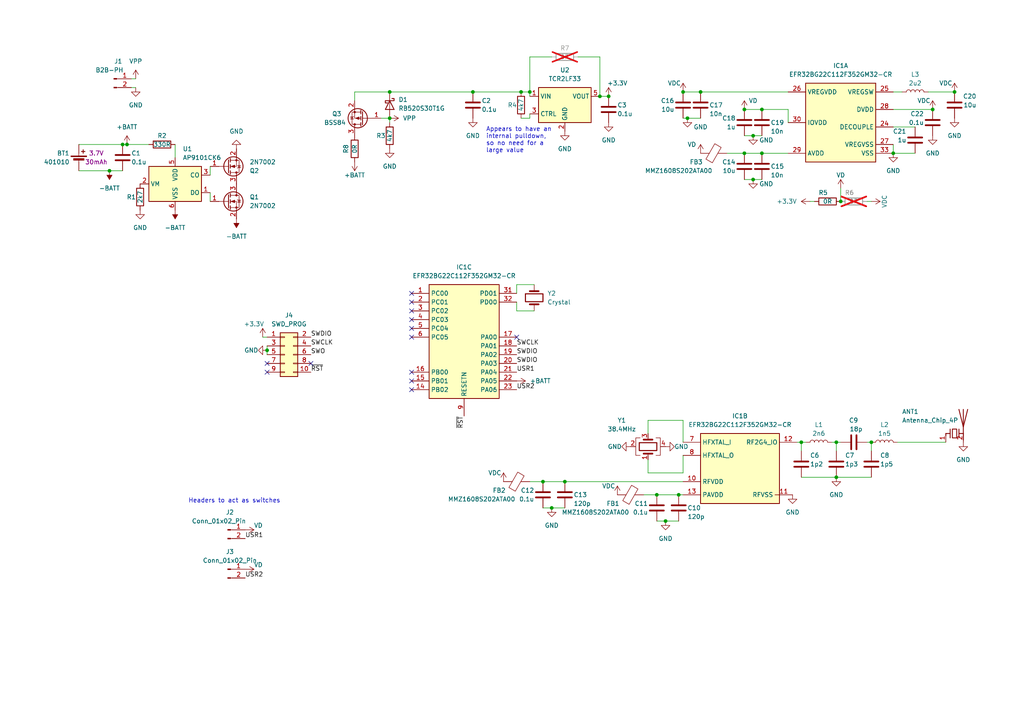
<source format=kicad_sch>
(kicad_sch (version 20230121) (generator eeschema)
  (paper "A4")
  (lib_symbols
    (symbol "Battery_Management:AP9101CK6"
      (property "Reference" "U" (at -7.62 6.35 0))
      (property "Value" "AP9101CK6" (at 7.62 6.35 0))
      (symbol "AP9101CK6_0_1"
        (rectangle (start -7.62 5.08) (end 7.62 -5.08) (stroke (width 0.254)) (fill (type background)))
      )
      (symbol "AP9101CK6_1_1"
        (pin output line (at 10.16 -2.54 180) (length 2.54) (name "DO") (number "1"))
        (pin passive line (at -10.16 0 0) (length 2.54) (name "VM") (number "2"))
        (pin output line (at 10.16 2.54 180) (length 2.54) (name "CO") (number "3"))
        (pin no_connect line (at -7.62 -2.54 0) (length 2.54) hide (name "NC") (number "4"))
        (pin power_in line (at 0 7.62 270) (length 2.54) (name "VDD") (number "5"))
        (pin power_in line (at 0 -7.62 90) (length 2.54) (name "VSS") (number "6"))
      )
    )
    (symbol "Connector:Conn_01x02_Pin" (pin_names (offset 1.016) hide)
      (property "Reference" "J" (at 0 2.54 0))
      (property "Value" "Conn_01x02_Pin" (at 0 -5.08 0))
      (symbol "Conn_01x02_Pin_1_1"
        (polyline (pts (xy 1.27 -2.54) (xy 0.8636 -2.54)) (stroke (width 0.1524)))
        (polyline (pts (xy 1.27 0) (xy 0.8636 0)) (stroke (width 0.1524)))
        (rectangle (start 0.8636 -2.413) (end 0 -2.667) (stroke (width 0.1524)) (fill (type outline)))
        (rectangle (start 0.8636 0.127) (end 0 -0.127) (stroke (width 0.1524)) (fill (type outline)))
        (pin passive line (at 5.08 0 180) (length 3.81) (name "Pin_1") (number "1"))
        (pin passive line (at 5.08 -2.54 180) (length 3.81) (name "Pin_2") (number "2"))
      )
    )
    (symbol "Connector_Generic:Conn_02x05_Odd_Even" (pin_names (offset 1.016) hide)
      (property "Reference" "J" (at 1.27 7.62 0))
      (property "Value" "Conn_02x05_Odd_Even" (at 1.27 -7.62 0))
      (symbol "Conn_02x05_Odd_Even_1_1"
        (rectangle (start -1.27 -4.953) (end 0 -5.207) (stroke (width 0.1524)))
        (rectangle (start -1.27 -2.413) (end 0 -2.667) (stroke (width 0.1524)))
        (rectangle (start -1.27 0.127) (end 0 -0.127) (stroke (width 0.1524)))
        (rectangle (start -1.27 2.667) (end 0 2.413) (stroke (width 0.1524)))
        (rectangle (start -1.27 5.207) (end 0 4.953) (stroke (width 0.1524)))
        (rectangle (start -1.27 6.35) (end 3.81 -6.35) (stroke (width 0.254)) (fill (type background)))
        (rectangle (start 3.81 -4.953) (end 2.54 -5.207) (stroke (width 0.1524)))
        (rectangle (start 3.81 -2.413) (end 2.54 -2.667) (stroke (width 0.1524)))
        (rectangle (start 3.81 0.127) (end 2.54 -0.127) (stroke (width 0.1524)))
        (rectangle (start 3.81 2.667) (end 2.54 2.413) (stroke (width 0.1524)))
        (rectangle (start 3.81 5.207) (end 2.54 4.953) (stroke (width 0.1524)))
        (pin passive line (at -5.08 5.08 0) (length 3.81) (name "Pin_1") (number "1"))
        (pin passive line (at 7.62 -5.08 180) (length 3.81) (name "Pin_10") (number "10"))
        (pin passive line (at 7.62 5.08 180) (length 3.81) (name "Pin_2") (number "2"))
        (pin passive line (at -5.08 2.54 0) (length 3.81) (name "Pin_3") (number "3"))
        (pin passive line (at 7.62 2.54 180) (length 3.81) (name "Pin_4") (number "4"))
        (pin passive line (at -5.08 0 0) (length 3.81) (name "Pin_5") (number "5"))
        (pin passive line (at 7.62 0 180) (length 3.81) (name "Pin_6") (number "6"))
        (pin passive line (at -5.08 -2.54 0) (length 3.81) (name "Pin_7") (number "7"))
        (pin passive line (at 7.62 -2.54 180) (length 3.81) (name "Pin_8") (number "8"))
        (pin passive line (at -5.08 -5.08 0) (length 3.81) (name "Pin_9") (number "9"))
      )
    )
    (symbol "Device:Antenna_Chip_4P" (pin_names hide)
      (property "Reference" "ANT" (at -3.81 6.35 0))
      (property "Value" "Antenna_Chip_4P" (at -15.24 3.81 0))
      (symbol "Antenna_Chip_4P_0_1"
        (polyline (pts (xy -2.54 0) (xy -2.54 -0.635)) (stroke (width 0.254)))
        (polyline (pts (xy -2.54 0) (xy -1.27 0)) (stroke (width 0.254)))
        (polyline (pts (xy 1.27 0) (xy 2.54 0)) (stroke (width 0.254)))
        (polyline (pts (xy 1.27 1.27) (xy 1.27 -1.27)) (stroke (width 0.254)))
        (polyline (pts (xy 2.54 -0.635) (xy 2.54 0)))
        (polyline (pts (xy 2.54 6.985) (xy 2.54 -1.905)) (stroke (width 0.254)))
        (polyline (pts (xy -1.27 1.27) (xy -1.27 -1.27) (xy -1.27 0)) (stroke (width 0.254)))
        (polyline (pts (xy 3.81 6.985) (xy 2.54 1.905) (xy 1.27 6.985)) (stroke (width 0.254)))
        (polyline (pts (xy -0.635 1.27) (xy 0.635 1.27) (xy 0.635 -1.27) (xy -0.635 -1.27) (xy -0.635 1.27)) (stroke (width 0.254)))
      )
      (symbol "Antenna_Chip_4P_1_1"
        (pin input line (at -2.54 -2.54 90) (length 2.54) (name "FEED") (number "1"))
        (pin passive line (at 2.54 -2.54 90) (length 2.54) (name "GND") (number "2"))
        (pin passive line (at 2.54 -2.54 90) (length 2.54) hide (name "GND") (number "3"))
        (pin passive line (at 2.54 -2.54 90) (length 2.54) hide (name "GND") (number "4"))
      )
    )
    (symbol "Device:Battery_Cell" (pin_numbers hide) (pin_names (offset 0) hide)
      (property "Reference" "BT" (at 2.54 2.54 0))
      (property "Value" "Battery_Cell" (at 2.54 0 0))
      (symbol "Battery_Cell_0_1"
        (rectangle (start -2.286 1.778) (end 2.286 1.524) (fill (type outline)))
        (rectangle (start -1.524 1.016) (end 1.524 0.508) (fill (type outline)))
        (polyline (pts (xy 0 0.762) (xy 0 0)))
        (polyline (pts (xy 0 1.778) (xy 0 2.54)))
        (polyline (pts (xy 0.762 3.048) (xy 1.778 3.048)) (stroke (width 0.254)))
        (polyline (pts (xy 1.27 3.556) (xy 1.27 2.54)) (stroke (width 0.254)))
      )
      (symbol "Battery_Cell_1_1"
        (pin passive line (at 0 5.08 270) (length 2.54) (name "+") (number "1"))
        (pin passive line (at 0 -2.54 90) (length 2.54) (name "-") (number "2"))
      )
    )
    (symbol "Device:C" (pin_numbers hide) (pin_names (offset 0.254))
      (property "Reference" "C" (at 0.635 2.54 0))
      (property "Value" "C" (at 0.635 -2.54 0))
      (symbol "C_0_1"
        (polyline (pts (xy -2.032 -0.762) (xy 2.032 -0.762)) (stroke (width 0.508)))
        (polyline (pts (xy -2.032 0.762) (xy 2.032 0.762)) (stroke (width 0.508)))
      )
      (symbol "C_1_1"
        (pin passive line (at 0 3.81 270) (length 2.794) (name "~") (number "1"))
        (pin passive line (at 0 -3.81 90) (length 2.794) (name "~") (number "2"))
      )
    )
    (symbol "Device:Crystal" (pin_numbers hide) (pin_names (offset 1.016) hide)
      (property "Reference" "Y" (at 0 3.81 0))
      (property "Value" "Crystal" (at 0 -3.81 0))
      (symbol "Crystal_0_1"
        (rectangle (start -1.143 2.54) (end 1.143 -2.54) (stroke (width 0.3048)))
        (polyline (pts (xy -2.54 0) (xy -1.905 0)))
        (polyline (pts (xy -1.905 -1.27) (xy -1.905 1.27)) (stroke (width 0.508)))
        (polyline (pts (xy 1.905 -1.27) (xy 1.905 1.27)) (stroke (width 0.508)))
        (polyline (pts (xy 2.54 0) (xy 1.905 0)))
      )
      (symbol "Crystal_1_1"
        (pin passive line (at -3.81 0 0) (length 1.27) (name "1") (number "1"))
        (pin passive line (at 3.81 0 180) (length 1.27) (name "2") (number "2"))
      )
    )
    (symbol "Device:Crystal_GND24" (pin_names (offset 1.016) hide)
      (property "Reference" "Y" (at 3.175 5.08 0))
      (property "Value" "Crystal_GND24" (at 3.175 3.175 0))
      (symbol "Crystal_GND24_0_1"
        (rectangle (start -1.143 2.54) (end 1.143 -2.54) (stroke (width 0.3048)))
        (polyline (pts (xy -2.54 0) (xy -2.032 0)))
        (polyline (pts (xy -2.032 -1.27) (xy -2.032 1.27)) (stroke (width 0.508)))
        (polyline (pts (xy 0 -3.81) (xy 0 -3.556)))
        (polyline (pts (xy 0 3.556) (xy 0 3.81)))
        (polyline (pts (xy 2.032 -1.27) (xy 2.032 1.27)) (stroke (width 0.508)))
        (polyline (pts (xy 2.032 0) (xy 2.54 0)))
        (polyline (pts (xy -2.54 -2.286) (xy -2.54 -3.556) (xy 2.54 -3.556) (xy 2.54 -2.286)))
        (polyline (pts (xy -2.54 2.286) (xy -2.54 3.556) (xy 2.54 3.556) (xy 2.54 2.286)))
      )
      (symbol "Crystal_GND24_1_1"
        (pin passive line (at -3.81 0 0) (length 1.27) (name "1") (number "1"))
        (pin passive line (at 0 5.08 270) (length 1.27) (name "2") (number "2"))
        (pin passive line (at 3.81 0 180) (length 1.27) (name "3") (number "3"))
        (pin passive line (at 0 -5.08 90) (length 1.27) (name "4") (number "4"))
      )
    )
    (symbol "Device:D_Schottky" (pin_numbers hide) (pin_names (offset 1.016) hide)
      (property "Reference" "D" (at 0 2.54 0))
      (property "Value" "D_Schottky" (at 0 -2.54 0))
      (symbol "D_Schottky_0_1"
        (polyline (pts (xy 1.27 0) (xy -1.27 0)))
        (polyline (pts (xy 1.27 1.27) (xy 1.27 -1.27) (xy -1.27 0) (xy 1.27 1.27)) (stroke (width 0.254)))
        (polyline (pts (xy -1.905 0.635) (xy -1.905 1.27) (xy -1.27 1.27) (xy -1.27 -1.27) (xy -0.635 -1.27) (xy -0.635 -0.635)) (stroke (width 0.254)))
      )
      (symbol "D_Schottky_1_1"
        (pin passive line (at -3.81 0 0) (length 2.54) (name "K") (number "1"))
        (pin passive line (at 3.81 0 180) (length 2.54) (name "A") (number "2"))
      )
    )
    (symbol "Device:FerriteBead" (pin_numbers hide) (pin_names (offset 0))
      (property "Reference" "FB" (at -3.81 0.635 90))
      (property "Value" "FerriteBead" (at 3.81 0 90))
      (symbol "FerriteBead_0_1"
        (polyline (pts (xy 0 -1.27) (xy 0 -1.2192)))
        (polyline (pts (xy 0 1.27) (xy 0 1.2954)))
        (polyline (pts (xy -2.7686 0.4064) (xy -1.7018 2.2606) (xy 2.7686 -0.3048) (xy 1.6764 -2.159) (xy -2.7686 0.4064)))
      )
      (symbol "FerriteBead_1_1"
        (pin passive line (at 0 3.81 270) (length 2.54) (name "~") (number "1"))
        (pin passive line (at 0 -3.81 90) (length 2.54) (name "~") (number "2"))
      )
    )
    (symbol "Device:L" (pin_numbers hide) (pin_names (offset 1.016) hide)
      (property "Reference" "L" (at -1.27 0 90))
      (property "Value" "L" (at 1.905 0 90))
      (symbol "L_0_1"
        (arc (start 0 -2.54) (mid 0.6323 -1.905) (end 0 -1.27))
        (arc (start 0 -1.27) (mid 0.6323 -0.635) (end 0 0))
        (arc (start 0 0) (mid 0.6323 0.635) (end 0 1.27))
        (arc (start 0 1.27) (mid 0.6323 1.905) (end 0 2.54))
      )
      (symbol "L_1_1"
        (pin passive line (at 0 3.81 270) (length 1.27) (name "1") (number "1"))
        (pin passive line (at 0 -3.81 90) (length 1.27) (name "2") (number "2"))
      )
    )
    (symbol "Device:Q_NMOS_GSD" (pin_names (offset 0) hide)
      (property "Reference" "Q" (at 5.08 1.27 0))
      (property "Value" "Q_NMOS_GSD" (at 5.08 -1.27 0))
      (symbol "Q_NMOS_GSD_0_1"
        (polyline (pts (xy 0.254 0) (xy -2.54 0)))
        (polyline (pts (xy 0.254 1.905) (xy 0.254 -1.905)) (stroke (width 0.254)))
        (polyline (pts (xy 0.762 -1.27) (xy 0.762 -2.286)) (stroke (width 0.254)))
        (polyline (pts (xy 0.762 0.508) (xy 0.762 -0.508)) (stroke (width 0.254)))
        (polyline (pts (xy 0.762 2.286) (xy 0.762 1.27)) (stroke (width 0.254)))
        (polyline (pts (xy 2.54 2.54) (xy 2.54 1.778)))
        (polyline (pts (xy 2.54 -2.54) (xy 2.54 0) (xy 0.762 0)))
        (polyline (pts (xy 0.762 -1.778) (xy 3.302 -1.778) (xy 3.302 1.778) (xy 0.762 1.778)))
        (polyline (pts (xy 1.016 0) (xy 2.032 0.381) (xy 2.032 -0.381) (xy 1.016 0)) (fill (type outline)))
        (polyline (pts (xy 2.794 0.508) (xy 2.921 0.381) (xy 3.683 0.381) (xy 3.81 0.254)))
        (polyline (pts (xy 3.302 0.381) (xy 2.921 -0.254) (xy 3.683 -0.254) (xy 3.302 0.381)))
        (circle (center 1.651 0) (radius 2.794) (stroke (width 0.254)))
        (circle (center 2.54 -1.778) (radius 0.254) (fill (type outline)))
        (circle (center 2.54 1.778) (radius 0.254) (fill (type outline)))
      )
      (symbol "Q_NMOS_GSD_1_1"
        (pin input line (at -5.08 0 0) (length 2.54) (name "G") (number "1"))
        (pin passive line (at 2.54 -5.08 90) (length 2.54) (name "S") (number "2"))
        (pin passive line (at 2.54 5.08 270) (length 2.54) (name "D") (number "3"))
      )
    )
    (symbol "Device:Q_PMOS_GSD" (pin_names (offset 0) hide)
      (property "Reference" "Q" (at 5.08 1.27 0))
      (property "Value" "Q_PMOS_GSD" (at 5.08 -1.27 0))
      (symbol "Q_PMOS_GSD_0_1"
        (polyline (pts (xy 0.254 0) (xy -2.54 0)))
        (polyline (pts (xy 0.254 1.905) (xy 0.254 -1.905)) (stroke (width 0.254)))
        (polyline (pts (xy 0.762 -1.27) (xy 0.762 -2.286)) (stroke (width 0.254)))
        (polyline (pts (xy 0.762 0.508) (xy 0.762 -0.508)) (stroke (width 0.254)))
        (polyline (pts (xy 0.762 2.286) (xy 0.762 1.27)) (stroke (width 0.254)))
        (polyline (pts (xy 2.54 2.54) (xy 2.54 1.778)))
        (polyline (pts (xy 2.54 -2.54) (xy 2.54 0) (xy 0.762 0)))
        (polyline (pts (xy 0.762 1.778) (xy 3.302 1.778) (xy 3.302 -1.778) (xy 0.762 -1.778)))
        (polyline (pts (xy 2.286 0) (xy 1.27 0.381) (xy 1.27 -0.381) (xy 2.286 0)) (fill (type outline)))
        (polyline (pts (xy 2.794 -0.508) (xy 2.921 -0.381) (xy 3.683 -0.381) (xy 3.81 -0.254)))
        (polyline (pts (xy 3.302 -0.381) (xy 2.921 0.254) (xy 3.683 0.254) (xy 3.302 -0.381)))
        (circle (center 1.651 0) (radius 2.794) (stroke (width 0.254)))
        (circle (center 2.54 -1.778) (radius 0.254) (fill (type outline)))
        (circle (center 2.54 1.778) (radius 0.254) (fill (type outline)))
      )
      (symbol "Q_PMOS_GSD_1_1"
        (pin input line (at -5.08 0 0) (length 2.54) (name "G") (number "1"))
        (pin passive line (at 2.54 -5.08 90) (length 2.54) (name "S") (number "2"))
        (pin passive line (at 2.54 5.08 270) (length 2.54) (name "D") (number "3"))
      )
    )
    (symbol "Device:R" (pin_numbers hide) (pin_names (offset 0))
      (property "Reference" "R" (at 2.032 0 90))
      (property "Value" "R" (at 0 0 90))
      (symbol "R_0_1"
        (rectangle (start -1.016 -2.54) (end 1.016 2.54) (stroke (width 0.254)))
      )
      (symbol "R_1_1"
        (pin passive line (at 0 3.81 270) (length 1.27) (name "~") (number "1"))
        (pin passive line (at 0 -3.81 90) (length 1.27) (name "~") (number "2"))
      )
    )
    (symbol "RF_Bluetooth:EFR32BG22C112F352GM32-CR"
      (property "Reference" "IC" (at -11.43 21.59 0))
      (property "Value" "EFR32BG22C112F352GM32-CR" (at -11.43 19.05 0))
      (symbol "EFR32BG22C112F352GM32-CR_1_1"
        (unit_name "Power")
        (rectangle (start -10.16 11.43) (end 10.16 -11.43) (stroke (width 0.254)) (fill (type background)))
        (pin passive line (at 15.24 -1.27 180) (length 5.08) (name "DECOUPLE") (number "24"))
        (pin passive line (at 15.24 8.89 180) (length 5.08) (name "VREGSW") (number "25"))
        (pin passive line (at -15.24 8.89 0) (length 5.08) (name "VREGVDD") (number "26"))
        (pin passive line (at 15.24 -6.35 180) (length 5.08) (name "VREGVSS") (number "27"))
        (pin passive line (at 15.24 3.81 180) (length 5.08) (name "DVDD") (number "28"))
        (pin passive line (at -15.24 -8.89 0) (length 5.08) (name "AVDD") (number "29"))
        (pin passive line (at -15.24 0 0) (length 5.08) (name "IOVDD") (number "30"))
        (pin passive line (at 15.24 -8.89 180) (length 5.08) (name "VSS") (number "33"))
      )
      (symbol "EFR32BG22C112F352GM32-CR_2_1"
        (unit_name "RF")
        (rectangle (start -11.43 10.16) (end 11.43 -10.16) (stroke (width 0.254)) (fill (type background)))
        (pin passive line (at -16.51 -3.81 0) (length 5.08) (name "RFVDD") (number "10"))
        (pin passive line (at 15.24 -7.62 180) (length 5.08) (name "RFVSS") (number "11"))
        (pin passive line (at 16.51 7.62 180) (length 5.08) (name "RF2G4_IO") (number "12"))
        (pin passive line (at -16.51 -7.62 0) (length 5.08) (name "PAVDD") (number "13"))
        (pin passive line (at -16.51 7.62 0) (length 5.08) (name "HFXTAL_I") (number "7"))
        (pin passive line (at -16.51 3.81 0) (length 5.08) (name "HFXTAL_O") (number "8"))
      )
      (symbol "EFR32BG22C112F352GM32-CR_3_1"
        (unit_name "IO")
        (rectangle (start -10.16 16.51) (end 10.16 -16.51) (stroke (width 0.254)) (fill (type background)))
        (pin passive line (at -15.24 13.97 0) (length 5.08) (name "PC00") (number "1"))
        (pin passive line (at -15.24 -13.97 0) (length 5.08) (name "PB02") (number "14"))
        (pin passive line (at -15.24 -11.43 0) (length 5.08) (name "PB01") (number "15"))
        (pin passive line (at -15.24 -8.89 0) (length 5.08) (name "PB00") (number "16"))
        (pin passive line (at 15.24 1.27 180) (length 5.08) (name "PA00") (number "17"))
        (pin passive line (at 15.24 -1.27 180) (length 5.08) (name "PA01") (number "18"))
        (pin passive line (at 15.24 -3.81 180) (length 5.08) (name "PA02") (number "19"))
        (pin passive line (at -15.24 11.43 0) (length 5.08) (name "PC01") (number "2"))
        (pin passive line (at 15.24 -6.35 180) (length 5.08) (name "PA03") (number "20"))
        (pin passive line (at 15.24 -8.89 180) (length 5.08) (name "PA04") (number "21"))
        (pin passive line (at 15.24 -11.43 180) (length 5.08) (name "PA05") (number "22"))
        (pin passive line (at 15.24 -13.97 180) (length 5.08) (name "PA06") (number "23"))
        (pin passive line (at -15.24 8.89 0) (length 5.08) (name "PC02") (number "3"))
        (pin passive line (at 15.24 13.97 180) (length 5.08) (name "PD01") (number "31"))
        (pin passive line (at 15.24 11.43 180) (length 5.08) (name "PD00") (number "32"))
        (pin passive line (at -15.24 6.35 0) (length 5.08) (name "PC03") (number "4"))
        (pin passive line (at -15.24 3.81 0) (length 5.08) (name "PC04") (number "5"))
        (pin passive line (at -15.24 1.27 0) (length 5.08) (name "PC05") (number "6"))
        (pin passive line (at 0 -21.59 90) (length 5.08) (name "RESETN") (number "9"))
      )
    )
    (symbol "Regulator_Linear:TCR2LF33"
      (property "Reference" "U6" (at 0 9.3218 0))
      (property "Value" "TCR2LF33" (at 0 7.0104 0))
      (symbol "TCR2LF33_0_1"
        (rectangle (start -7.62 5.08) (end 7.62 -5.08) (stroke (width 0.254)) (fill (type background)))
      )
      (symbol "TCR2LF33_1_1"
        (pin power_in line (at -10.16 2.54 0) (length 2.54) (name "VIN") (number "1"))
        (pin power_in line (at 0 -7.62 90) (length 2.54) (name "GND") (number "2"))
        (pin input line (at -10.16 -2.54 0) (length 2.54) (name "CTRL") (number "3"))
        (pin no_connect line (at 7.62 -2.54 180) (length 2.54) hide (name "NC") (number "4"))
        (pin power_out line (at 10.16 2.54 180) (length 2.54) (name "VOUT") (number "5"))
      )
    )
    (symbol "power:+3.3V" (power) (pin_names (offset 0))
      (property "Value" "+3.3V" (at 0 3.556 0))
      (symbol "+3.3V_0_1"
        (polyline (pts (xy -0.762 1.27) (xy 0 2.54)))
        (polyline (pts (xy 0 0) (xy 0 2.54)))
        (polyline (pts (xy 0 2.54) (xy 0.762 1.27)))
      )
      (symbol "+3.3V_1_1"
        (pin power_in line (at 0 0 90) (length 0) hide (name "+3.3V") (number "1"))
      )
    )
    (symbol "power:+BATT" (power) (pin_names (offset 0))
      (property "Value" "+BATT" (at 0 3.556 0))
      (symbol "+BATT_0_1"
        (polyline (pts (xy -0.762 1.27) (xy 0 2.54)))
        (polyline (pts (xy 0 0) (xy 0 2.54)))
        (polyline (pts (xy 0 2.54) (xy 0.762 1.27)))
      )
      (symbol "+BATT_1_1"
        (pin power_in line (at 0 0 90) (length 0) hide (name "+BATT") (number "1"))
      )
    )
    (symbol "power:-BATT" (power) (pin_names (offset 0))
      (property "Value" "-BATT" (at 0 3.556 0))
      (symbol "-BATT_0_1"
        (polyline (pts (xy 0 0) (xy 0 2.54)))
        (polyline (pts (xy 0.762 1.27) (xy -0.762 1.27) (xy 0 2.54) (xy 0.762 1.27)) (fill (type outline)))
      )
      (symbol "-BATT_1_1"
        (pin power_in line (at 0 0 90) (length 0) hide (name "-BATT") (number "1"))
      )
    )
    (symbol "power:GND" (power) (pin_names (offset 0))
      (property "Value" "GND" (at 0 -3.81 0))
      (symbol "GND_0_1"
        (polyline (pts (xy 0 0) (xy 0 -1.27) (xy 1.27 -1.27) (xy 0 -2.54) (xy -1.27 -1.27) (xy 0 -1.27)))
      )
      (symbol "GND_1_1"
        (pin power_in line (at 0 0 270) (length 0) hide (name "GND") (number "1"))
      )
    )
    (symbol "power:VD" (power) (pin_names (offset 0))
      (property "Value" "VD" (at 0 3.81 0))
      (symbol "VD_0_1"
        (polyline (pts (xy -0.762 1.27) (xy 0 2.54)))
        (polyline (pts (xy 0 0) (xy 0 2.54)))
        (polyline (pts (xy 0 2.54) (xy 0.762 1.27)))
      )
      (symbol "VD_1_1"
        (pin power_in line (at 0 0 90) (length 0) hide (name "VD") (number "1"))
      )
    )
    (symbol "power:VDC" (power) (pin_names (offset 0))
      (property "Value" "VDC" (at 0 6.35 0))
      (symbol "VDC_0_1"
        (polyline (pts (xy -0.762 1.27) (xy 0 2.54)))
        (polyline (pts (xy 0 0) (xy 0 2.54)))
        (polyline (pts (xy 0 2.54) (xy 0.762 1.27)))
      )
      (symbol "VDC_1_1"
        (pin power_in line (at 0 0 90) (length 0) hide (name "VDC") (number "1"))
      )
    )
    (symbol "power:VPP" (power) (pin_names (offset 0))
      (property "Value" "VPP" (at 0 3.81 0))
      (symbol "VPP_0_1"
        (polyline (pts (xy -0.762 1.27) (xy 0 2.54)))
        (polyline (pts (xy 0 0) (xy 0 2.54)))
        (polyline (pts (xy 0 2.54) (xy 0.762 1.27)))
      )
      (symbol "VPP_1_1"
        (pin power_in line (at 0 0 90) (length 0) hide (name "VPP") (number "1"))
      )
    )
  )
  (junction (at 160.02 147.32))
  (junction (at 215.9 31.75))
  (junction (at 270.51 31.75))
  (junction (at 218.44 39.37))
  (junction (at 220.98 44.45))
  (junction (at 113.03 34.29))
  (junction (at 137.16 26.67))
  (junction (at 176.53 27.94))
  (junction (at 232.41 128.27))
  (junction (at 163.83 139.7))
  (junction (at 218.44 52.07))
  (junction (at 215.9 44.45))
  (junction (at 199.39 34.29))
  (junction (at 190.5 143.51))
  (junction (at 220.98 31.75))
  (junction (at 198.12 26.67))
  (junction (at 173.99 27.94))
  (junction (at 36.83 41.91))
  (junction (at 252.73 128.27))
  (junction (at 242.57 138.43))
  (junction (at 31.75 49.53))
  (junction (at 35.56 41.91))
  (junction (at 193.04 151.13))
  (junction (at 203.2 26.67))
  (junction (at 242.57 128.27))
  (junction (at 153.67 26.67))
  (junction (at 151.13 26.67))
  (junction (at 243.84 58.42))
  (junction (at 113.03 26.67))
  (junction (at 259.08 44.45))
  (junction (at 157.48 139.7))
  (junction (at 77.47 101.6))
  (junction (at 196.85 143.51))
  (junction (at 276.86 26.67))
  (no_connect (at 149.86 97.79))
  (no_connect (at 119.38 113.03))
  (no_connect (at 90.17 105.41))
  (no_connect (at 119.38 87.63))
  (no_connect (at 119.38 97.79))
  (no_connect (at 77.47 105.41))
  (no_connect (at 119.38 92.71))
  (no_connect (at 77.47 107.95))
  (no_connect (at 119.38 95.25))
  (no_connect (at 119.38 110.49))
  (no_connect (at 119.38 85.09))
  (no_connect (at 119.38 107.95))
  (no_connect (at 119.38 90.17))
  (wire (pts (xy 218.44 52.07) (xy 220.98 52.07)))
  (wire (pts (xy 157.48 139.7) (xy 163.83 139.7)))
  (wire (pts (xy 198.12 34.29) (xy 199.39 34.29)))
  (wire (pts (xy 187.96 121.92) (xy 198.12 121.92)))
  (wire (pts (xy 187.96 133.35) (xy 187.96 137.16)))
  (wire (pts (xy 259.08 44.45) (xy 265.43 44.45)))
  (wire (pts (xy 60.96 55.88) (xy 60.96 58.42)))
  (wire (pts (xy 252.73 128.27) (xy 251.46 128.27)))
  (wire (pts (xy 215.9 39.37) (xy 218.44 39.37)))
  (wire (pts (xy 220.98 31.75) (xy 228.6 31.75)))
  (wire (pts (xy 113.03 34.29) (xy 113.03 35.56)))
  (wire (pts (xy 228.6 31.75) (xy 228.6 35.56)))
  (wire (pts (xy 215.9 31.75) (xy 220.98 31.75)))
  (wire (pts (xy 242.57 128.27) (xy 242.57 130.81)))
  (wire (pts (xy 153.67 27.94) (xy 153.67 26.67)))
  (wire (pts (xy 153.67 139.7) (xy 157.48 139.7)))
  (wire (pts (xy 199.39 34.29) (xy 203.2 34.29)))
  (wire (pts (xy 203.2 26.67) (xy 228.6 26.67)))
  (wire (pts (xy 198.12 26.67) (xy 203.2 26.67)))
  (wire (pts (xy 77.47 100.33) (xy 77.47 101.6)))
  (wire (pts (xy 186.69 143.51) (xy 190.5 143.51)))
  (wire (pts (xy 215.9 44.45) (xy 220.98 44.45)))
  (wire (pts (xy 251.46 58.42) (xy 252.73 58.42)))
  (wire (pts (xy 173.99 16.51) (xy 173.99 27.94)))
  (wire (pts (xy 232.41 130.81) (xy 232.41 128.27)))
  (wire (pts (xy 35.56 41.91) (xy 36.83 41.91)))
  (wire (pts (xy 60.96 50.8) (xy 60.96 48.26)))
  (wire (pts (xy 153.67 33.02) (xy 153.67 34.29)))
  (wire (pts (xy 149.86 85.09) (xy 149.86 82.55)))
  (wire (pts (xy 38.1 22.86) (xy 39.37 22.86)))
  (wire (pts (xy 22.86 41.91) (xy 35.56 41.91)))
  (wire (pts (xy 215.9 52.07) (xy 218.44 52.07)))
  (wire (pts (xy 160.02 147.32) (xy 163.83 147.32)))
  (wire (pts (xy 259.08 26.67) (xy 261.62 26.67)))
  (wire (pts (xy 259.08 41.91) (xy 259.08 44.45)))
  (wire (pts (xy 210.82 44.45) (xy 215.9 44.45)))
  (wire (pts (xy 153.67 26.67) (xy 153.67 16.51)))
  (wire (pts (xy 242.57 128.27) (xy 243.84 128.27)))
  (wire (pts (xy 76.2 97.79) (xy 77.47 97.79)))
  (wire (pts (xy 163.83 139.7) (xy 198.12 139.7)))
  (wire (pts (xy 234.95 58.42) (xy 236.22 58.42)))
  (wire (pts (xy 151.13 26.67) (xy 153.67 26.67)))
  (wire (pts (xy 218.44 39.37) (xy 220.98 39.37)))
  (wire (pts (xy 187.96 137.16) (xy 198.12 137.16)))
  (wire (pts (xy 36.83 41.91) (xy 43.18 41.91)))
  (wire (pts (xy 149.86 82.55) (xy 154.94 82.55)))
  (wire (pts (xy 241.3 128.27) (xy 242.57 128.27)))
  (wire (pts (xy 110.49 34.29) (xy 113.03 34.29)))
  (wire (pts (xy 259.08 31.75) (xy 270.51 31.75)))
  (wire (pts (xy 31.75 49.53) (xy 35.56 49.53)))
  (wire (pts (xy 187.96 121.92) (xy 187.96 125.73)))
  (wire (pts (xy 243.84 54.61) (xy 243.84 58.42)))
  (wire (pts (xy 190.5 143.51) (xy 196.85 143.51)))
  (wire (pts (xy 259.08 36.83) (xy 265.43 36.83)))
  (wire (pts (xy 260.35 128.27) (xy 274.32 128.27)))
  (wire (pts (xy 157.48 147.32) (xy 160.02 147.32)))
  (wire (pts (xy 252.73 130.81) (xy 252.73 128.27)))
  (wire (pts (xy 39.37 25.4) (xy 38.1 25.4)))
  (wire (pts (xy 220.98 44.45) (xy 228.6 44.45)))
  (wire (pts (xy 231.14 128.27) (xy 232.41 128.27)))
  (wire (pts (xy 269.24 26.67) (xy 276.86 26.67)))
  (wire (pts (xy 153.67 16.51) (xy 160.02 16.51)))
  (wire (pts (xy 198.12 128.27) (xy 198.12 121.92)))
  (wire (pts (xy 50.8 41.91) (xy 50.8 45.72)))
  (wire (pts (xy 102.87 29.21) (xy 102.87 26.67)))
  (wire (pts (xy 198.12 137.16) (xy 198.12 132.08)))
  (wire (pts (xy 102.87 26.67) (xy 113.03 26.67)))
  (wire (pts (xy 137.16 26.67) (xy 151.13 26.67)))
  (wire (pts (xy 193.04 151.13) (xy 196.85 151.13)))
  (wire (pts (xy 232.41 138.43) (xy 242.57 138.43)))
  (wire (pts (xy 153.67 34.29) (xy 151.13 34.29)))
  (wire (pts (xy 167.64 16.51) (xy 173.99 16.51)))
  (wire (pts (xy 113.03 26.67) (xy 137.16 26.67)))
  (wire (pts (xy 242.57 138.43) (xy 252.73 138.43)))
  (wire (pts (xy 149.86 90.17) (xy 149.86 87.63)))
  (wire (pts (xy 77.47 101.6) (xy 77.47 102.87)))
  (wire (pts (xy 196.85 143.51) (xy 198.12 143.51)))
  (wire (pts (xy 22.86 49.53) (xy 31.75 49.53)))
  (wire (pts (xy 190.5 151.13) (xy 193.04 151.13)))
  (wire (pts (xy 232.41 128.27) (xy 233.68 128.27)))
  (wire (pts (xy 154.94 90.17) (xy 149.86 90.17)))
  (wire (pts (xy 173.99 27.94) (xy 176.53 27.94)))
  (text "Appears to have an \ninternal pulldown, \nso no need for a \nlarge value" (at 140.97 44.45 0) (effects (font (size 1.27 1.27)) (justify left bottom)))
  (text "Headers to act as switches" (at 54.61 146.05 0) (effects (font (size 1.27 1.27)) (justify left bottom)))
  (label "~{RST}" (at 134.62 120.65 270))
  (label "SWDIO" (at 149.86 102.87 0))
  (label "USR1" (at 149.86 107.95 0))
  (label "SWDIO" (at 149.86 105.41 0))
  (label "USR2" (at 71.12 167.64 0))
  (label "SWDIO" (at 90.17 97.79 0))
  (label "SWCLK" (at 90.17 100.33 0))
  (label "~{RST}" (at 90.17 107.95 0))
  (label "SWCLK" (at 149.86 100.33 0))
  (label "SWO" (at 90.17 102.87 0))
  (label "USR2" (at 149.86 113.03 0))
  (label "USR1" (at 71.12 156.21 0))
  (symbol (lib_id "Device:D_Schottky") (at 113.03 30.48 270) (unit 1)
    (property "Reference" "D1" (at 115.57 28.8925 90) (effects (justify left)))
    (property "Value" "RB520S30T1G" (at 115.57 31.4325 90) (effects (justify left)))
    (property "Footprint" "Diode_SMD:D_SOD-523" (effects hide))
    (property "Datasheet" "https://au.mouser.com/datasheet/2/308/1/RB520S30T1_D-2319744.pdf" (effects hide))
    (property "manf" "onsemi" (effects hide))
    (property "mpn" "RB520S30T1G" (effects hide))
  )
  (symbol (lib_id "power:GND") (at 259.08 44.45 0) (unit 1)
    (property "Reference" "#PWR019" (effects hide))
    (property "Value" "GND" (at 259.08 49.53 0))
  )
  (symbol (lib_id "power:GND") (at 40.64 60.96 0) (unit 1)
    (property "Reference" "#PWR05" (effects hide))
    (property "Value" "GND" (at 40.64 66.04 0))
  )
  (symbol (lib_id "Device:Q_NMOS_GSD") (at 66.04 48.26 0) (mirror x) (unit 1)
    (property "Reference" "Q2" (at 72.39 49.53 0) (effects (justify left)))
    (property "Value" "2N7002" (at 72.39 46.99 0) (effects (justify left)))
    (property "Footprint" "Package_TO_SOT_SMD:SOT-23" (effects hide))
    (property "Datasheet" "https://au.mouser.com/datasheet/2/258/2N7002_SOT_23_-2510128.pdf" (effects hide))
  )
  (symbol (lib_id "power:GND") (at 276.86 34.29 0) (unit 1)
    (property "Reference" "#PWR035" (effects hide))
    (property "Value" "GND" (at 276.86 39.37 0))
  )
  (symbol (lib_id "power:GND") (at 229.87 143.51 0) (unit 1)
    (property "Reference" "#PWR018" (effects hide))
    (property "Value" "GND" (at 229.87 148.59 0))
  )
  (symbol (lib_id "power:VDC") (at 276.86 26.67 0) (unit 1)
    (property "Reference" "#PWR037" (effects hide))
    (property "Value" "VDC" (at 274.32 24.13 0))
  )
  (symbol (lib_id "Device:FerriteBead") (at 149.86 139.7 90) (unit 1)
    (property "Reference" "FB2" (at 144.78 142.24 90))
    (property "Value" "MMZ1608S202ATA00" (at 139.7 144.78 90))
    (property "Footprint" "Inductor_SMD:L_0603_1608Metric" (effects hide))
    (property "Datasheet" "https://product.tdk.com/system/files/dam/doc/product/emc/emc/beads/catalog/beads_commercial_signal_mmz1608_en.pdf?ref_disty=mouser" (effects hide))
    (property "manf" "TDK" (effects hide))
    (property "mpn" "MMZ1608S202ATA00" (effects hide))
  )
  (symbol (lib_id "Device:R") (at 46.99 41.91 270) (unit 1)
    (property "Reference" "R2" (at 46.99 39.37 90))
    (property "Value" "330R" (at 46.99 41.91 90))
    (property "Footprint" "Resistor_SMD:R_0402_1005Metric" (effects hide))
  )
  (symbol (lib_id "power:GND") (at 270.51 39.37 0) (unit 1)
    (property "Reference" "#PWR036" (effects hide))
    (property "Value" "GND" (at 270.51 44.45 0))
  )
  (symbol (lib_id "power:VPP") (at 113.03 34.29 270) (unit 1)
    (property "Reference" "#PWR08" (effects hide))
    (property "Value" "VPP" (at 116.84 34.29 90) (effects (justify left)))
  )
  (symbol (lib_id "power:GND") (at 68.58 43.18 180) (unit 1)
    (property "Reference" "#PWR04" (effects hide))
    (property "Value" "GND" (at 68.58 38.1 0))
  )
  (symbol (lib_id "Device:Q_NMOS_GSD") (at 66.04 58.42 0) (unit 1)
    (property "Reference" "Q1" (at 72.39 57.15 0) (effects (justify left)))
    (property "Value" "2N7002" (at 72.39 59.69 0) (effects (justify left)))
    (property "Footprint" "Package_TO_SOT_SMD:SOT-23" (effects hide))
    (property "Datasheet" "https://au.mouser.com/datasheet/2/258/2N7002_SOT_23_-2510128.pdf" (effects hide))
  )
  (symbol (lib_id "power:+3.3V") (at 176.53 27.94 0) (unit 1)
    (property "Reference" "#PWR013" (effects hide))
    (property "Value" "+3.3V" (at 179.07 24.13 0))
  )
  (symbol (lib_id "power:+3.3V") (at 76.2 97.79 0) (unit 1)
    (property "Reference" "#PWR039" (effects hide))
    (property "Value" "+3.3V" (at 73.66 93.98 0))
  )
  (symbol (lib_id "Battery_Management:AP9101CK6") (at 50.8 53.34 0) (unit 1)
    (property "Reference" "U1" (at 52.9941 43.18 0) (effects (justify left)))
    (property "Value" "AP9101CK6" (at 52.9941 45.72 0) (effects (justify left)))
    (property "Footprint" "Package_TO_SOT_SMD:SOT-23-6" (effects hide))
    (property "Datasheet" "https://www.diodes.com/assets/Datasheets/AP9101C.pdf" (effects hide))
  )
  (symbol (lib_id "Device:Battery_Cell") (at 22.86 46.99 0) (unit 1)
    (property "Reference" "BT1" (at 16.51 44.45 0) (effects (justify left)))
    (property "Value" "401010" (at 12.7 46.99 0) (effects (justify left)))
    (property "Capacity" "30mAh" (at 27.94 46.99 0))
    (property "Vnom" "3.7V" (at 27.94 44.45 0))
  )
  (symbol (lib_id "Device:C") (at 198.12 30.48 0) (mirror x) (unit 1)
    (property "Reference" "C16" (at 195.58 29.21 0) (effects (justify right)))
    (property "Value" "10u" (at 195.58 31.75 0) (effects (justify right)))
    (property "Footprint" "Capacitor_SMD:C_0603_1608Metric" (effects hide))
  )
  (symbol (lib_id "Device:C") (at 196.85 147.32 180) (unit 1)
    (property "Reference" "C10" (at 199.39 147.32 0) (effects (justify right)))
    (property "Value" "120p" (at 199.39 149.86 0) (effects (justify right)))
    (property "Footprint" "Capacitor_SMD:C_0402_1005Metric" (effects hide))
  )
  (symbol (lib_id "RF_Bluetooth:EFR32BG22C112F352GM32-CR") (at 243.84 35.56 0) (unit 1)
    (property "Reference" "IC1" (at 243.84 19.05 0))
    (property "Value" "EFR32BG22C112F352GM32-CR" (at 243.84 21.59 0))
    (property "Footprint" "Package_DFN_QFN:QFN-32-1EP_4x4mm_P0.4mm_EP2.8x2.8mm" (effects hide))
    (property "Datasheet" "https://au.mouser.com/datasheet/2/368/efr32bg22c112_datasheet-1830161.pdf" (effects hide))
    (property "Height" "0.9" (effects hide))
    (property "Mouser Part Number" "634-ER32BG22112352CR" (effects hide))
    (property "Mouser Price/Stock" "https://www.mouser.co.uk/ProductDetail/Silicon-Labs/EFR32BG22C112F352GM32-CR?qs=zhx2xqPtQQy3D8%2FKsJy7oA%3D%3D" (effects hide))
    (property "Manufacturer_Name" "Silicon Labs" (effects hide))
    (property "Manufacturer_Part_Number" "EFR32BG22C112F352GM32-CR" (effects hide))
  )
  (symbol (lib_id "power:VDC") (at 270.51 31.75 0) (unit 1)
    (property "Reference" "#PWR038" (effects hide))
    (property "Value" "VDC" (at 267.97 29.21 0))
  )
  (symbol (lib_id "power:GND") (at 113.03 43.18 0) (unit 1)
    (property "Reference" "#PWR02" (effects hide))
    (property "Value" "GND" (at 113.03 48.26 0))
  )
  (symbol (lib_id "Device:R") (at 40.64 57.15 0) (unit 1)
    (property "Reference" "R1" (at 38.1 57.15 0))
    (property "Value" "2k7" (at 40.64 57.15 90))
    (property "Footprint" "Resistor_SMD:R_0402_1005Metric" (effects hide))
  )
  (symbol (lib_id "power:GND") (at 182.88 129.54 270) (unit 1)
    (property "Reference" "#PWR017" (effects hide))
    (property "Value" "GND" (at 180.34 129.54 90) (effects (justify right)))
  )
  (symbol (lib_id "power:-BATT") (at 50.8 60.96 180) (unit 1)
    (property "Reference" "#PWR07" (effects hide))
    (property "Value" "-BATT" (at 50.8 66.04 0))
  )
  (symbol (lib_id "RF_Bluetooth:EFR32BG22C112F352GM32-CR") (at 134.62 99.06 0) (unit 3)
    (property "Reference" "IC1" (at 134.62 77.47 0))
    (property "Value" "EFR32BG22C112F352GM32-CR" (at 134.62 80.01 0))
    (property "Footprint" "Package_DFN_QFN:QFN-32-1EP_4x4mm_P0.4mm_EP2.8x2.8mm" (effects hide))
    (property "Datasheet" "https://au.mouser.com/datasheet/2/368/efr32bg22c112_datasheet-1830161.pdf" (effects hide))
    (property "Height" "0.9" (effects hide))
    (property "Mouser Part Number" "634-ER32BG22112352CR" (effects hide))
    (property "Mouser Price/Stock" "https://www.mouser.co.uk/ProductDetail/Silicon-Labs/EFR32BG22C112F352GM32-CR?qs=zhx2xqPtQQy3D8%2FKsJy7oA%3D%3D" (effects hide))
    (property "Manufacturer_Name" "Silicon Labs" (effects hide))
    (property "Manufacturer_Part_Number" "EFR32BG22C112F352GM32-CR" (effects hide))
  )
  (symbol (lib_id "power:VD") (at 71.12 165.1 270) (unit 1)
    (property "Reference" "#PWR043" (effects hide))
    (property "Value" "VD" (at 74.93 163.83 90))
  )
  (symbol (lib_id "Device:R") (at 240.03 58.42 90) (unit 1)
    (property "Reference" "R5" (at 238.76 55.88 90))
    (property "Value" "0R" (at 240.03 58.42 90))
    (property "Footprint" "Resistor_SMD:R_0402_1005Metric" (effects hide))
  )
  (symbol (lib_id "power:GND") (at 193.04 151.13 0) (unit 1)
    (property "Reference" "#PWR022" (effects hide))
    (property "Value" "GND" (at 193.04 156.21 0))
  )
  (symbol (lib_id "power:+BATT") (at 102.87 46.99 180) (unit 1)
    (property "Reference" "#PWR09" (effects hide))
    (property "Value" "+BATT" (at 102.87 50.8 0))
  )
  (symbol (lib_id "Device:C") (at 232.41 134.62 180) (unit 1)
    (property "Reference" "C6" (at 234.95 132.08 0) (effects (justify right)))
    (property "Value" "1p2" (at 234.95 134.62 0) (effects (justify right)))
    (property "Footprint" "Capacitor_SMD:C_0402_1005Metric" (effects hide))
  )
  (symbol (lib_id "Device:FerriteBead") (at 207.01 44.45 90) (unit 1)
    (property "Reference" "FB3" (at 201.93 46.99 90))
    (property "Value" "MMZ1608S202ATA00" (at 196.85 49.53 90))
    (property "Footprint" "Inductor_SMD:L_0603_1608Metric" (effects hide))
    (property "Datasheet" "https://product.tdk.com/system/files/dam/doc/product/emc/emc/beads/catalog/beads_commercial_signal_mmz1608_en.pdf?ref_disty=mouser" (effects hide))
    (property "manf" "TDK" (effects hide))
    (property "mpn" "MMZ1608S202ATA00" (effects hide))
  )
  (symbol (lib_id "power:+BATT") (at 149.86 110.49 270) (unit 1)
    (property "Reference" "#PWR041" (effects hide))
    (property "Value" "+BATT" (at 153.67 110.49 90) (effects (justify left)))
  )
  (symbol (lib_id "power:GND") (at 39.37 25.4 0) (unit 1)
    (property "Reference" "#PWR015" (effects hide))
    (property "Value" "GND" (at 39.37 30.48 0))
  )
  (symbol (lib_id "Device:C") (at 270.51 35.56 0) (mirror x) (unit 1)
    (property "Reference" "C22" (at 267.97 33.02 0) (effects (justify right)))
    (property "Value" "0.1u" (at 267.97 35.56 0) (effects (justify right)))
    (property "Footprint" "Capacitor_SMD:C_0402_1005Metric" (effects hide))
  )
  (symbol (lib_id "Device:R") (at 151.13 30.48 0) (unit 1)
    (property "Reference" "R4" (at 148.59 30.48 0))
    (property "Value" "4k7" (at 151.13 30.48 90))
    (property "Footprint" "Resistor_SMD:R_0402_1005Metric" (effects hide))
  )
  (symbol (lib_id "Device:C") (at 215.9 35.56 0) (mirror x) (unit 1)
    (property "Reference" "C18" (at 213.36 34.29 0) (effects (justify right)))
    (property "Value" "1u" (at 213.36 36.83 0) (effects (justify right)))
    (property "Footprint" "Capacitor_SMD:C_0603_1608Metric" (effects hide))
  )
  (symbol (lib_id "Device:C") (at 137.16 30.48 180) (unit 1)
    (property "Reference" "C2" (at 139.7 29.21 0) (effects (justify right)))
    (property "Value" "0.1u" (at 139.7 31.75 0) (effects (justify right)))
    (property "Footprint" "Capacitor_SMD:C_0402_1005Metric" (effects hide))
  )
  (symbol (lib_id "power:GND") (at 218.44 52.07 0) (unit 1)
    (property "Reference" "#PWR027" (effects hide))
    (property "Value" "GND" (at 222.25 53.34 0))
  )
  (symbol (lib_id "Device:C") (at 163.83 143.51 180) (unit 1)
    (property "Reference" "C13" (at 166.37 143.51 0) (effects (justify right)))
    (property "Value" "120p" (at 166.37 146.05 0) (effects (justify right)))
    (property "Footprint" "Capacitor_SMD:C_0402_1005Metric" (effects hide))
  )
  (symbol (lib_id "power:-BATT") (at 68.58 63.5 180) (unit 1)
    (property "Reference" "#PWR01" (effects hide))
    (property "Value" "-BATT" (at 68.58 68.58 0))
  )
  (symbol (lib_id "power:GND") (at 77.47 101.6 270) (unit 1)
    (property "Reference" "#PWR040" (effects hide))
    (property "Value" "GND" (at 74.93 101.6 90) (effects (justify right)))
  )
  (symbol (lib_id "Device:L") (at 237.49 128.27 90) (unit 1)
    (property "Reference" "L1" (at 237.49 123.19 90))
    (property "Value" "2n6" (at 237.49 125.73 90))
    (property "Footprint" "Inductor_SMD:L_0402_1005Metric" (effects hide))
  )
  (symbol (lib_id "Device:C") (at 242.57 134.62 180) (unit 1)
    (property "Reference" "C7" (at 245.11 132.08 0) (effects (justify right)))
    (property "Value" "1p3" (at 245.11 134.62 0) (effects (justify right)))
    (property "Footprint" "Capacitor_SMD:C_0402_1005Metric" (effects hide))
  )
  (symbol (lib_id "Connector:Conn_01x02_Pin") (at 66.04 153.67 0) (unit 1)
    (property "Reference" "J2" (at 66.675 148.59 0))
    (property "Value" "Conn_01x02_Pin" (at 63.5 151.13 0))
    (property "Footprint" "Connector_PinHeader_1.27mm:PinHeader_1x02_P1.27mm_Vertical" (effects hide))
  )
  (symbol (lib_id "Device:C") (at 220.98 48.26 180) (unit 1)
    (property "Reference" "C15" (at 223.52 48.26 0) (effects (justify right)))
    (property "Value" "10n" (at 223.52 50.8 0) (effects (justify right)))
    (property "Footprint" "Capacitor_SMD:C_0402_1005Metric" (effects hide))
  )
  (symbol (lib_id "Device:C") (at 252.73 134.62 180) (unit 1)
    (property "Reference" "C8" (at 255.27 132.08 0) (effects (justify right)))
    (property "Value" "1p5" (at 255.27 134.62 0) (effects (justify right)))
    (property "Footprint" "Capacitor_SMD:C_0402_1005Metric" (effects hide))
  )
  (symbol (lib_id "Device:C") (at 176.53 31.75 180) (unit 1)
    (property "Reference" "C3" (at 179.07 30.48 0) (effects (justify right)))
    (property "Value" "0.1u" (at 179.07 33.02 0) (effects (justify right)))
    (property "Footprint" "Capacitor_SMD:C_0402_1005Metric" (effects hide))
  )
  (symbol (lib_id "power:VD") (at 215.9 31.75 0) (unit 1)
    (property "Reference" "#PWR026" (effects hide))
    (property "Value" "VD" (at 218.44 29.21 0))
  )
  (symbol (lib_id "Device:FerriteBead") (at 182.88 143.51 90) (unit 1)
    (property "Reference" "FB1" (at 177.8 146.05 90))
    (property "Value" "MMZ1608S202ATA00" (at 172.72 148.59 90))
    (property "Footprint" "Inductor_SMD:L_0603_1608Metric" (effects hide))
    (property "Datasheet" "https://product.tdk.com/system/files/dam/doc/product/emc/emc/beads/catalog/beads_commercial_signal_mmz1608_en.pdf?ref_disty=mouser" (effects hide))
    (property "manf" "TDK" (effects hide))
    (property "mpn" "MMZ1608S202ATA00" (effects hide))
  )
  (symbol (lib_id "power:-BATT") (at 31.75 49.53 180) (unit 1)
    (property "Reference" "#PWR03" (effects hide))
    (property "Value" "-BATT" (at 31.75 54.61 0))
  )
  (symbol (lib_id "Connector:Conn_01x02_Pin") (at 33.02 22.86 0) (unit 1)
    (property "Reference" "J1" (at 34.29 17.78 0))
    (property "Value" "B2B-PH" (at 31.75 20.32 0))
    (property "Footprint" "Connector_JST:JST_PH_B2B-PH-K_1x02_P2.00mm_Vertical" (effects hide))
  )
  (symbol (lib_id "power:GND") (at 279.4 128.27 0) (unit 1)
    (property "Reference" "#PWR021" (effects hide))
    (property "Value" "GND" (at 279.4 133.35 0))
  )
  (symbol (lib_id "Device:C") (at 265.43 40.64 0) (mirror x) (unit 1)
    (property "Reference" "C21" (at 262.89 38.1 0) (effects (justify right)))
    (property "Value" "1u" (at 262.89 40.64 0) (effects (justify right)))
    (property "Footprint" "Capacitor_SMD:C_0603_1608Metric" (effects hide))
  )
  (symbol (lib_id "Device:C") (at 190.5 147.32 0) (mirror x) (unit 1)
    (property "Reference" "C11" (at 187.96 146.05 0) (effects (justify right)))
    (property "Value" "0.1u" (at 187.96 148.59 0) (effects (justify right)))
    (property "Footprint" "Capacitor_SMD:C_0402_1005Metric" (effects hide))
  )
  (symbol (lib_id "Device:Q_PMOS_GSD") (at 105.41 34.29 180) (unit 1)
    (property "Reference" "Q3" (at 99.06 33.02 0) (effects (justify left)))
    (property "Value" "BSS84" (at 100.33 35.56 0) (effects (justify left)))
    (property "Footprint" "Package_TO_SOT_SMD:SOT-23" (effects hide))
    (property "Datasheet" "https://www.taiwansemi.com/assets//datasheet/pdf.php?pn=BSS84" (effects hide))
  )
  (symbol (lib_id "Device:C") (at 215.9 48.26 0) (mirror x) (unit 1)
    (property "Reference" "C14" (at 213.36 46.99 0) (effects (justify right)))
    (property "Value" "10u" (at 213.36 49.53 0) (effects (justify right)))
    (property "Footprint" "Capacitor_SMD:C_0603_1608Metric" (effects hide))
  )
  (symbol (lib_id "power:GND") (at 242.57 138.43 0) (unit 1)
    (property "Reference" "#PWR020" (effects hide))
    (property "Value" "GND" (at 242.57 143.51 0))
  )
  (symbol (lib_id "RF_Bluetooth:EFR32BG22C112F352GM32-CR") (at 214.63 135.89 0) (unit 2)
    (property "Reference" "IC1" (at 214.63 120.65 0))
    (property "Value" "EFR32BG22C112F352GM32-CR" (at 214.63 123.19 0))
    (property "Footprint" "Package_DFN_QFN:QFN-32-1EP_4x4mm_P0.4mm_EP2.8x2.8mm" (effects hide))
    (property "Datasheet" "https://au.mouser.com/datasheet/2/368/efr32bg22c112_datasheet-1830161.pdf" (effects hide))
    (property "Height" "0.9" (effects hide))
    (property "Mouser Part Number" "634-ER32BG22112352CR" (effects hide))
    (property "Mouser Price/Stock" "https://www.mouser.co.uk/ProductDetail/Silicon-Labs/EFR32BG22C112F352GM32-CR?qs=zhx2xqPtQQy3D8%2FKsJy7oA%3D%3D" (effects hide))
    (property "Manufacturer_Name" "Silicon Labs" (effects hide))
    (property "Manufacturer_Part_Number" "EFR32BG22C112F352GM32-CR" (effects hide))
  )
  (symbol (lib_id "power:VDC") (at 179.07 143.51 0) (unit 1)
    (property "Reference" "#PWR024" (effects hide))
    (property "Value" "VDC" (at 176.53 140.97 0))
  )
  (symbol (lib_id "power:GND") (at 176.53 35.56 0) (unit 1)
    (property "Reference" "#PWR012" (effects hide))
    (property "Value" "GND" (at 176.53 40.64 0))
  )
  (symbol (lib_id "power:+3.3V") (at 234.95 58.42 90) (unit 1)
    (property "Reference" "#PWR034" (effects hide))
    (property "Value" "+3.3V" (at 231.14 58.42 90) (effects (justify left)))
  )
  (symbol (lib_id "Device:C") (at 220.98 35.56 180) (unit 1)
    (property "Reference" "C19" (at 223.52 35.56 0) (effects (justify right)))
    (property "Value" "10n" (at 223.52 38.1 0) (effects (justify right)))
    (property "Footprint" "Capacitor_SMD:C_0402_1005Metric" (effects hide))
  )
  (symbol (lib_id "Device:R") (at 102.87 43.18 180) (unit 1)
    (property "Reference" "R8" (at 100.33 43.18 90))
    (property "Value" "0R" (at 102.87 43.18 90))
    (property "Footprint" "Resistor_SMD:R_0402_1005Metric" (effects hide))
  )
  (symbol (lib_id "power:VD") (at 203.2 44.45 0) (unit 1)
    (property "Reference" "#PWR031" (effects hide))
    (property "Value" "VD" (at 200.66 41.91 0))
  )
  (symbol (lib_id "power:GND") (at 163.83 38.1 0) (unit 1)
    (property "Reference" "#PWR010" (effects hide))
    (property "Value" "GND" (at 163.83 43.18 0))
  )
  (symbol (lib_id "power:GND") (at 193.04 129.54 90) (unit 1)
    (property "Reference" "#PWR016" (effects hide))
    (property "Value" "GND" (at 195.58 129.54 90) (effects (justify right)))
  )
  (symbol (lib_id "power:GND") (at 218.44 39.37 0) (unit 1)
    (property "Reference" "#PWR029" (effects hide))
    (property "Value" "GND" (at 222.25 40.64 0))
  )
  (symbol (lib_id "power:VDC") (at 252.73 58.42 270) (unit 1)
    (property "Reference" "#PWR033" (effects hide))
    (property "Value" "VDC" (at 256.54 58.42 0))
  )
  (symbol (lib_id "Device:C") (at 35.56 45.72 180) (unit 1)
    (property "Reference" "C1" (at 38.1 44.45 0) (effects (justify right)))
    (property "Value" "0.1u" (at 38.1 46.99 0) (effects (justify right)))
    (property "Footprint" "Capacitor_SMD:C_0402_1005Metric" (effects hide))
  )
  (symbol (lib_id "Device:R") (at 163.83 16.51 90) (unit 1) (dnp yes)
    (property "Reference" "R7" (at 163.83 13.97 90))
    (property "Value" "0R" (at 163.83 16.51 90))
    (property "Footprint" "Resistor_SMD:R_0402_1005Metric" (effects hide))
  )
  (symbol (lib_id "Device:C") (at 157.48 143.51 0) (mirror x) (unit 1)
    (property "Reference" "C12" (at 154.94 142.24 0) (effects (justify right)))
    (property "Value" "0.1u" (at 154.94 144.78 0) (effects (justify right)))
    (property "Footprint" "Capacitor_SMD:C_0402_1005Metric" (effects hide))
  )
  (symbol (lib_id "Connector:Conn_01x02_Pin") (at 66.04 165.1 0) (unit 1)
    (property "Reference" "J3" (at 66.675 160.02 0))
    (property "Value" "Conn_01x02_Pin" (at 66.675 162.56 0))
    (property "Footprint" "Connector_PinHeader_1.27mm:PinHeader_1x02_P1.27mm_Vertical" (effects hide))
  )
  (symbol (lib_id "Device:Crystal_GND24") (at 187.96 129.54 90) (unit 1)
    (property "Reference" "Y1" (at 180.34 121.92 90))
    (property "Value" "38.4MHz" (at 180.34 124.46 90))
    (property "Footprint" "Crystal:Crystal_SMD_2016-4Pin_2.0x1.6mm" (effects hide))
    (property "Datasheet" "https://au.mouser.com/datasheet/2/122/ECX_1637B2-2400564.pdf" (effects hide))
    (property "manf" "ECS" (effects hide))
    (property "mpn" "ECS-384-10-37B2-CWN-TR" (effects hide))
  )
  (symbol (lib_id "Device:L") (at 265.43 26.67 90) (unit 1)
    (property "Reference" "L3" (at 265.43 21.59 90))
    (property "Value" "2u2" (at 265.43 24.13 90))
    (property "Footprint" "Inductor_SMD:L_0402_1005Metric" (effects hide))
    (property "manf" "Murata" (effects hide))
    (property "mpn" "LQM18PN2R2MFRL" (effects hide))
  )
  (symbol (lib_id "power:VDC") (at 198.12 26.67 0) (unit 1)
    (property "Reference" "#PWR030" (effects hide))
    (property "Value" "VDC" (at 195.58 24.13 0))
  )
  (symbol (lib_id "power:VDC") (at 146.05 139.7 0) (unit 1)
    (property "Reference" "#PWR025" (effects hide))
    (property "Value" "VDC" (at 143.51 137.16 0))
  )
  (symbol (lib_id "Device:Crystal") (at 154.94 86.36 90) (unit 1)
    (property "Reference" "Y2" (at 158.75 85.09 90) (effects (justify right)))
    (property "Value" "Crystal" (at 158.75 87.63 90) (effects (justify right)))
    (property "Footprint" "Crystal:Crystal_SMD_3215-2Pin_3.2x1.5mm" (effects hide))
    (property "Datasheet" "https://au.mouser.com/datasheet/2/360/file_PRODUCT_MASTER_50812_GRAPHIC03-542305.pdf" (effects hide))
    (property "mpn" "SC32S-7PF20PPM" (effects hide))
    (property "Field5" "Seiko Semi" (effects hide))
  )
  (symbol (lib_id "power:VPP") (at 39.37 22.86 0) (unit 1)
    (property "Reference" "#PWR014" (effects hide))
    (property "Value" "VPP" (at 39.37 17.78 0))
  )
  (symbol (lib_id "Device:R") (at 247.65 58.42 90) (unit 1) (dnp yes)
    (property "Reference" "R6" (at 246.38 55.88 90))
    (property "Value" "0R" (at 247.65 58.42 90))
    (property "Footprint" "Resistor_SMD:R_0402_1005Metric" (effects hide))
  )
  (symbol (lib_id "Device:C") (at 203.2 30.48 180) (unit 1)
    (property "Reference" "C17" (at 205.74 30.48 0) (effects (justify right)))
    (property "Value" "10n" (at 205.74 33.02 0) (effects (justify right)))
    (property "Footprint" "Capacitor_SMD:C_0402_1005Metric" (effects hide))
  )
  (symbol (lib_id "power:VD") (at 243.84 54.61 0) (unit 1)
    (property "Reference" "#PWR032" (effects hide))
    (property "Value" "VD" (at 243.84 50.8 0))
  )
  (symbol (lib_id "Device:Antenna_Chip_4P") (at 276.86 125.73 0) (unit 1)
    (property "Reference" "ANT1" (at 261.62 119.38 0) (effects (justify left)))
    (property "Value" "Antenna_Chip_4P" (at 261.62 121.92 0) (effects (justify left)))
    (property "Footprint" "RF_Antenna:2450AT18D0100E" (effects hide))
    (property "Datasheet" "https://www.johansontechnology.com/datasheets/2450AT18D0100/2450AT18D0100.pdf" (effects hide))
  )
  (symbol (lib_id "Device:R") (at 113.03 39.37 0) (unit 1)
    (property "Reference" "R3" (at 110.49 39.37 0))
    (property "Value" "4k7" (at 113.03 39.37 90))
    (property "Footprint" "Resistor_SMD:R_0402_1005Metric" (effects hide))
  )
  (symbol (lib_id "Device:C") (at 247.65 128.27 270) (unit 1)
    (property "Reference" "C9" (at 248.92 121.92 90) (effects (justify right)))
    (property "Value" "18p" (at 250.19 124.46 90) (effects (justify right)))
    (property "Footprint" "Capacitor_SMD:C_0402_1005Metric" (effects hide))
  )
  (symbol (lib_id "Device:C") (at 276.86 30.48 0) (mirror x) (unit 1)
    (property "Reference" "C20" (at 283.21 27.94 0) (effects (justify right)))
    (property "Value" "10u" (at 283.21 30.48 0) (effects (justify right)))
    (property "Footprint" "Capacitor_SMD:C_0603_1608Metric" (effects hide))
  )
  (symbol (lib_id "Device:L") (at 256.54 128.27 90) (unit 1)
    (property "Reference" "L2" (at 256.54 123.19 90))
    (property "Value" "1n5" (at 256.54 125.73 90))
    (property "Footprint" "Inductor_SMD:L_0402_1005Metric" (effects hide))
  )
  (symbol (lib_id "Regulator_Linear:TCR2LF33") (at 163.83 30.48 0) (unit 1)
    (property "Reference" "U2" (at 163.83 20.32 0))
    (property "Value" "TCR2LF33" (at 163.83 22.86 0))
    (property "Footprint" "Package_TO_SOT_SMD:SOT-553" (effects hide))
    (property "Datasheet" "https://au.mouser.com/datasheet/2/408/TCR2LF10_datasheet_en_20141106-760799.pdf" (effects hide))
  )
  (symbol (lib_id "power:VD") (at 71.12 153.67 270) (unit 1)
    (property "Reference" "#PWR042" (effects hide))
    (property "Value" "VD" (at 74.93 152.4 90))
  )
  (symbol (lib_id "power:+BATT") (at 36.83 41.91 0) (unit 1)
    (property "Reference" "#PWR06" (effects hide))
    (property "Value" "+BATT" (at 36.83 36.83 0))
  )
  (symbol (lib_id "power:GND") (at 160.02 147.32 0) (unit 1)
    (property "Reference" "#PWR023" (effects hide))
    (property "Value" "GND" (at 160.02 152.4 0))
  )
  (symbol (lib_id "power:GND") (at 137.16 34.29 0) (unit 1)
    (property "Reference" "#PWR011" (effects hide))
    (property "Value" "GND" (at 137.16 39.37 0))
  )
  (symbol (lib_id "power:GND") (at 199.39 34.29 0) (unit 1)
    (property "Reference" "#PWR028" (effects hide))
    (property "Value" "GND" (at 203.2 36.83 0))
  )
  (symbol (lib_id "Connector_Generic:Conn_02x05_Odd_Even") (at 82.55 102.87 0) (unit 1)
    (property "Reference" "J4" (at 83.82 91.44 0))
    (property "Value" "SWD_PROG" (at 83.82 93.98 0))
    (property "Footprint" "Connector_PinHeader_1.27mm:PinHeader_2x05_P1.27mm_Vertical" (effects hide))
  )
)
</source>
